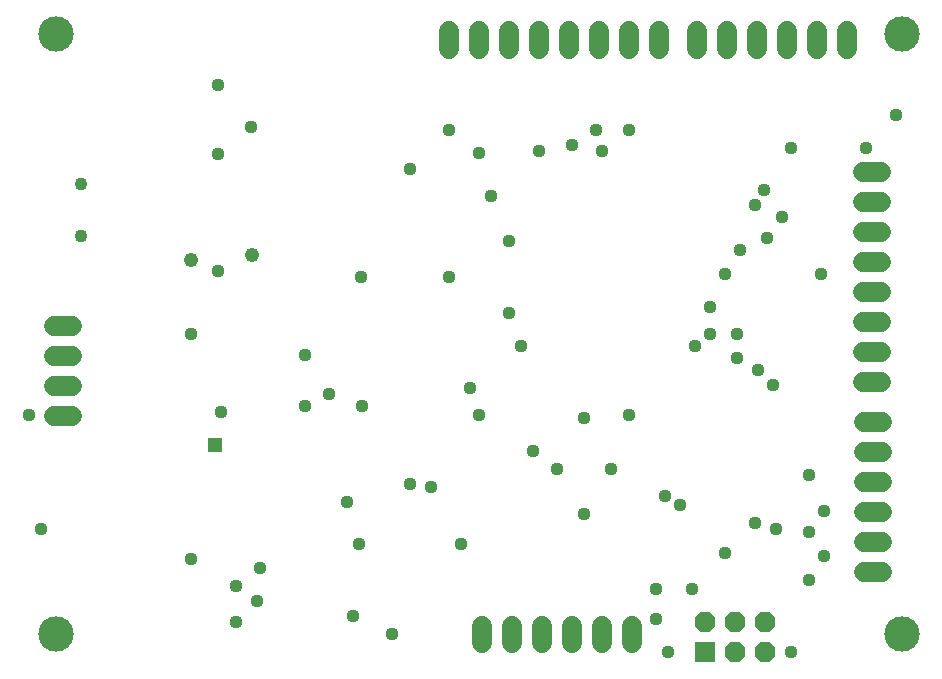
<source format=gbs>
G75*
%MOIN*%
%OFA0B0*%
%FSLAX25Y25*%
%IPPOS*%
%LPD*%
%AMOC8*
5,1,8,0,0,1.08239X$1,22.5*
%
%ADD10C,0.11824*%
%ADD11C,0.06737*%
%ADD12C,0.04343*%
%ADD13R,0.06800X0.06800*%
%ADD14OC8,0.06800*%
%ADD15C,0.04369*%
%ADD16R,0.04762X0.04762*%
%ADD17C,0.04762*%
D10*
X0020625Y0023150D03*
X0020625Y0223150D03*
X0302625Y0223150D03*
X0302625Y0023150D03*
D11*
X0295819Y0043937D02*
X0289881Y0043937D01*
X0289881Y0053937D02*
X0295819Y0053937D01*
X0295819Y0063937D02*
X0289881Y0063937D01*
X0289881Y0073938D02*
X0295819Y0073938D01*
X0295819Y0083938D02*
X0289881Y0083938D01*
X0289881Y0093937D02*
X0295819Y0093937D01*
X0295594Y0107150D02*
X0289656Y0107150D01*
X0289656Y0117150D02*
X0295594Y0117150D01*
X0295594Y0127150D02*
X0289656Y0127150D01*
X0289656Y0137150D02*
X0295594Y0137150D01*
X0295594Y0147150D02*
X0289656Y0147150D01*
X0289656Y0157150D02*
X0295594Y0157150D01*
X0295594Y0167150D02*
X0289656Y0167150D01*
X0289656Y0177150D02*
X0295594Y0177150D01*
X0284325Y0218144D02*
X0284325Y0224081D01*
X0274325Y0224081D02*
X0274325Y0218144D01*
X0264325Y0218144D02*
X0264325Y0224081D01*
X0254325Y0224081D02*
X0254325Y0218144D01*
X0244325Y0218144D02*
X0244325Y0224081D01*
X0234325Y0224081D02*
X0234325Y0218144D01*
X0221625Y0218181D02*
X0221625Y0224119D01*
X0211625Y0224119D02*
X0211625Y0218181D01*
X0201625Y0218181D02*
X0201625Y0224119D01*
X0191625Y0224119D02*
X0191625Y0218181D01*
X0181625Y0218181D02*
X0181625Y0224119D01*
X0171625Y0224119D02*
X0171625Y0218181D01*
X0161625Y0218181D02*
X0161625Y0224119D01*
X0151625Y0224119D02*
X0151625Y0218181D01*
X0025969Y0125712D02*
X0020031Y0125712D01*
X0020031Y0115712D02*
X0025969Y0115712D01*
X0025969Y0105712D02*
X0020031Y0105712D01*
X0020031Y0095712D02*
X0025969Y0095712D01*
X0162500Y0025969D02*
X0162500Y0020031D01*
X0172500Y0020031D02*
X0172500Y0025969D01*
X0182500Y0025969D02*
X0182500Y0020031D01*
X0192500Y0020031D02*
X0192500Y0025969D01*
X0202500Y0025969D02*
X0202500Y0020031D01*
X0212500Y0020031D02*
X0212500Y0025969D01*
D12*
X0029012Y0155839D03*
X0029012Y0173161D03*
D13*
X0236850Y0017250D03*
D14*
X0246850Y0017250D03*
X0246850Y0027250D03*
X0236850Y0027250D03*
X0256850Y0027250D03*
X0256850Y0017250D03*
D15*
X0265625Y0017150D03*
X0271625Y0041150D03*
X0276625Y0049150D03*
X0271625Y0057150D03*
X0276625Y0064150D03*
X0271625Y0076150D03*
X0253625Y0060150D03*
X0260625Y0058150D03*
X0243625Y0050150D03*
X0232625Y0038150D03*
X0220625Y0038150D03*
X0220625Y0028150D03*
X0224625Y0017150D03*
X0196625Y0063150D03*
X0187625Y0078150D03*
X0179625Y0084150D03*
X0161625Y0096150D03*
X0158625Y0105150D03*
X0175625Y0119150D03*
X0171625Y0130150D03*
X0151625Y0142150D03*
X0171625Y0154150D03*
X0165625Y0169150D03*
X0161750Y0183662D03*
X0151625Y0191150D03*
X0138475Y0178312D03*
X0181625Y0184150D03*
X0192625Y0186150D03*
X0200625Y0191150D03*
X0202625Y0184150D03*
X0211625Y0191150D03*
X0253625Y0166150D03*
X0256625Y0171150D03*
X0262625Y0162150D03*
X0257625Y0155150D03*
X0248625Y0151150D03*
X0243625Y0143150D03*
X0238625Y0132150D03*
X0238625Y0123150D03*
X0233625Y0119150D03*
X0247625Y0115150D03*
X0254625Y0111150D03*
X0259625Y0106150D03*
X0247625Y0123150D03*
X0275625Y0143150D03*
X0265625Y0185150D03*
X0290625Y0185150D03*
X0300625Y0196150D03*
X0211625Y0096150D03*
X0196625Y0095150D03*
X0205625Y0078150D03*
X0223625Y0069150D03*
X0228625Y0066150D03*
X0155625Y0053150D03*
X0145625Y0072150D03*
X0138625Y0073150D03*
X0117625Y0067150D03*
X0121625Y0053150D03*
X0119625Y0029150D03*
X0132625Y0023150D03*
X0087625Y0034150D03*
X0080625Y0027150D03*
X0080625Y0039150D03*
X0088625Y0045150D03*
X0065625Y0048150D03*
X0015625Y0058150D03*
X0011625Y0096150D03*
X0065625Y0123150D03*
X0074625Y0144150D03*
X0103625Y0116150D03*
X0111625Y0103150D03*
X0103625Y0099150D03*
X0122625Y0099150D03*
X0075625Y0097150D03*
X0122162Y0142338D03*
X0074625Y0183150D03*
X0085625Y0192150D03*
X0074625Y0206150D03*
D16*
X0073625Y0086150D03*
D17*
X0065588Y0147688D03*
X0085800Y0149525D03*
M02*

</source>
